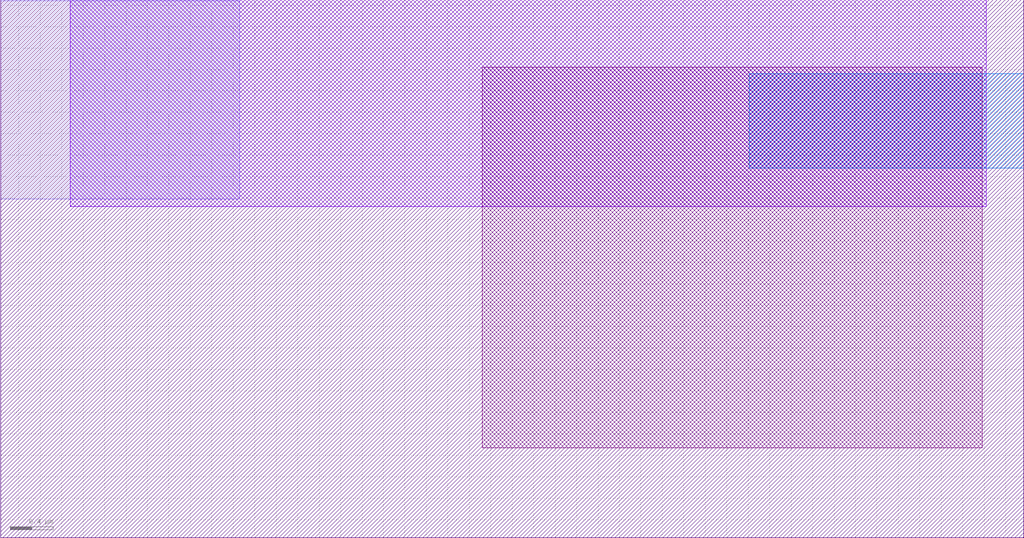
<source format=lef>
VERSION 5.7 ;
  NOWIREEXTENSIONATPIN ON ;
  DIVIDERCHAR "/" ;
  BUSBITCHARS "[]" ;
UNITS
  DATABASE MICRONS 200 ;
END UNITS

LAYER via2
  TYPE CUT ;
END via2

LAYER via
  TYPE CUT ;
END via

LAYER nwell
  TYPE MASTERSLICE ;
END nwell

LAYER via3
  TYPE CUT ;
END via3

LAYER pwell
  TYPE MASTERSLICE ;
END pwell

LAYER via4
  TYPE CUT ;
END via4

LAYER mcon
  TYPE CUT ;
END mcon

LAYER met6
  TYPE ROUTING ;
  WIDTH 0.030000 ;
  SPACING 0.040000 ;
  DIRECTION HORIZONTAL ;
END met6

LAYER met1
  TYPE ROUTING ;
  WIDTH 0.140000 ;
  SPACING 0.140000 ;
  DIRECTION HORIZONTAL ;
END met1

LAYER met3
  TYPE ROUTING ;
  WIDTH 0.300000 ;
  SPACING 0.300000 ;
  DIRECTION HORIZONTAL ;
END met3

LAYER met2
  TYPE ROUTING ;
  WIDTH 0.140000 ;
  SPACING 0.140000 ;
  DIRECTION HORIZONTAL ;
END met2

LAYER met4
  TYPE ROUTING ;
  WIDTH 0.300000 ;
  SPACING 0.300000 ;
  DIRECTION HORIZONTAL ;
END met4

LAYER met5
  TYPE ROUTING ;
  WIDTH 1.600000 ;
  SPACING 1.600000 ;
  DIRECTION HORIZONTAL ;
END met5

LAYER li1
  TYPE ROUTING ;
  WIDTH 0.170000 ;
  SPACING 0.170000 ;
  DIRECTION HORIZONTAL ;
END li1

MACRO sky130_hilas_TACoreBlock
  CLASS BLOCK ;
  FOREIGN sky130_hilas_TACoreBlock ;
  ORIGIN 4.570 0.970 ;
  SIZE 9.540 BY 5.020 ;
  OBS
      LAYER nwell ;
        RECT -4.570 2.190 -2.340 4.040 ;
      LAYER li1 ;
        RECT -0.080 -0.130 4.580 3.420 ;
      LAYER met1 ;
        RECT -3.920 2.120 4.620 4.050 ;
      LAYER met2 ;
        RECT 2.410 2.480 4.970 3.360 ;
  END
END sky130_hilas_TACoreBlock
END LIBRARY


</source>
